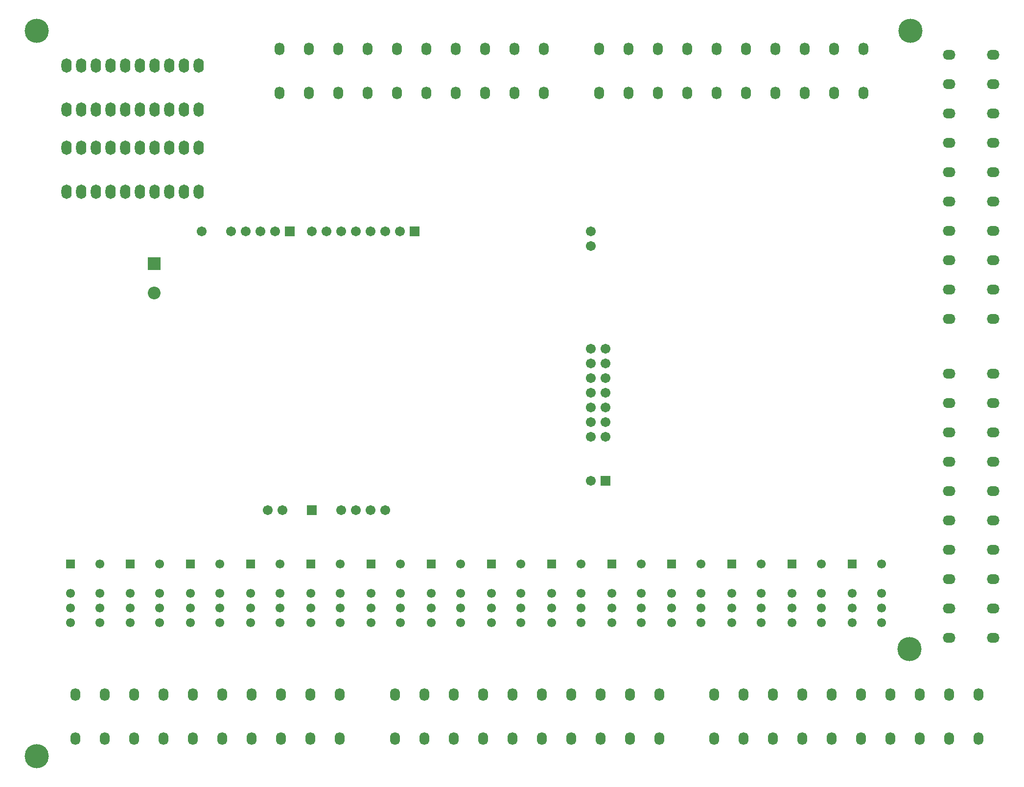
<source format=gbs>
G04*
G04 #@! TF.GenerationSoftware,Altium Limited,Altium Designer,20.2.3 (150)*
G04*
G04 Layer_Color=16711935*
%FSTAX24Y24*%
%MOIN*%
G70*
G04*
G04 #@! TF.SameCoordinates,FD17E350-08D3-4DFF-A4DB-8DFB896FC0A1*
G04*
G04*
G04 #@! TF.FilePolarity,Negative*
G04*
G01*
G75*
%ADD55R,0.0671X0.0671*%
%ADD56C,0.0671*%
%ADD57R,0.0671X0.0671*%
%ADD58C,0.1650*%
%ADD59O,0.0680X0.0867*%
%ADD60O,0.0867X0.0680*%
%ADD61C,0.0867*%
%ADD62R,0.0867X0.0867*%
%ADD63O,0.0700X0.0980*%
%ADD64C,0.0610*%
%ADD65R,0.0610X0.0610*%
D55*
X2327Y12545D02*
D03*
X2397Y14445D02*
D03*
X2312D02*
D03*
D56*
X2307Y12545D02*
D03*
X2297D02*
D03*
X2327Y14445D02*
D03*
X2337D02*
D03*
X2347D02*
D03*
X2357D02*
D03*
X2367D02*
D03*
X2377D02*
D03*
X2387D02*
D03*
X2272D02*
D03*
X2282D02*
D03*
X2292D02*
D03*
X2302D02*
D03*
X2347Y12545D02*
D03*
X2357D02*
D03*
X2367D02*
D03*
X2377D02*
D03*
X2517Y12745D02*
D03*
X2527Y13045D02*
D03*
X2517D02*
D03*
X2527Y13145D02*
D03*
X2517D02*
D03*
X2527Y13245D02*
D03*
X2517D02*
D03*
X2527Y13345D02*
D03*
X2517D02*
D03*
X2527Y13445D02*
D03*
X2517D02*
D03*
X2527Y13545D02*
D03*
X2517D02*
D03*
X2527Y13645D02*
D03*
X2517D02*
D03*
Y14345D02*
D03*
Y14445D02*
D03*
X2252D02*
D03*
D57*
X2527Y12745D02*
D03*
D58*
X21395Y15811D02*
D03*
X27347Y15812D02*
D03*
X21395Y10869D02*
D03*
X2734Y116D02*
D03*
D59*
X2305Y156897D02*
D03*
X2325D02*
D03*
X2345D02*
D03*
X2365D02*
D03*
X2385D02*
D03*
X2405D02*
D03*
X2425D02*
D03*
X2445D02*
D03*
X2305Y153897D02*
D03*
X2325D02*
D03*
X2345D02*
D03*
X2365D02*
D03*
X2385D02*
D03*
X2405D02*
D03*
X2425D02*
D03*
X2465D02*
D03*
Y156897D02*
D03*
X2445Y153897D02*
D03*
X2485D02*
D03*
Y156897D02*
D03*
X25225Y1569D02*
D03*
X25425D02*
D03*
X25625D02*
D03*
X25825D02*
D03*
X26025D02*
D03*
X26225D02*
D03*
X26425D02*
D03*
X26625D02*
D03*
X25225Y1539D02*
D03*
X25425D02*
D03*
X25625D02*
D03*
X25825D02*
D03*
X26025D02*
D03*
X26225D02*
D03*
X26425D02*
D03*
X26825D02*
D03*
Y1569D02*
D03*
X26625Y1539D02*
D03*
X27025D02*
D03*
Y1569D02*
D03*
X25635Y1099D02*
D03*
X25435D02*
D03*
X25235D02*
D03*
X25035D02*
D03*
X24835D02*
D03*
X24635D02*
D03*
X24435D02*
D03*
X24235D02*
D03*
X25635Y1129D02*
D03*
X25435D02*
D03*
X25235D02*
D03*
X25035D02*
D03*
X24835D02*
D03*
X24635D02*
D03*
X24435D02*
D03*
X24035D02*
D03*
Y1099D02*
D03*
X24235Y1129D02*
D03*
X23835D02*
D03*
Y1099D02*
D03*
X2166D02*
D03*
Y1129D02*
D03*
X2206D02*
D03*
X2186Y1099D02*
D03*
Y1129D02*
D03*
X2226D02*
D03*
X2246D02*
D03*
X2266D02*
D03*
X2286D02*
D03*
X2306D02*
D03*
X2326D02*
D03*
X2346D02*
D03*
X2206Y1099D02*
D03*
X2226D02*
D03*
X2246D02*
D03*
X2266D02*
D03*
X2286D02*
D03*
X2306D02*
D03*
X2326D02*
D03*
X2346D02*
D03*
X2781D02*
D03*
X2761D02*
D03*
X2741D02*
D03*
X2721D02*
D03*
X2701D02*
D03*
X2681D02*
D03*
X2661D02*
D03*
X2641D02*
D03*
X2781Y1129D02*
D03*
X2761D02*
D03*
X2741D02*
D03*
X2721D02*
D03*
X2701D02*
D03*
X2681D02*
D03*
X2661D02*
D03*
X2621D02*
D03*
Y1099D02*
D03*
X2641Y1129D02*
D03*
X2601D02*
D03*
Y1099D02*
D03*
D60*
X2791Y1565D02*
D03*
Y1545D02*
D03*
Y1525D02*
D03*
Y1505D02*
D03*
Y1485D02*
D03*
Y1465D02*
D03*
Y1445D02*
D03*
Y1425D02*
D03*
X2761Y1565D02*
D03*
Y1545D02*
D03*
Y1525D02*
D03*
Y1505D02*
D03*
Y1485D02*
D03*
Y1465D02*
D03*
Y1445D02*
D03*
Y1405D02*
D03*
X2791D02*
D03*
X2761Y1425D02*
D03*
Y1385D02*
D03*
X2791D02*
D03*
Y11675D02*
D03*
X2761D02*
D03*
Y12075D02*
D03*
X2791Y11875D02*
D03*
X2761D02*
D03*
Y12275D02*
D03*
Y12475D02*
D03*
Y12675D02*
D03*
Y12875D02*
D03*
Y13075D02*
D03*
Y13275D02*
D03*
Y13475D02*
D03*
X2791Y12075D02*
D03*
Y12275D02*
D03*
Y12475D02*
D03*
Y12675D02*
D03*
Y12875D02*
D03*
Y13075D02*
D03*
Y13275D02*
D03*
Y13475D02*
D03*
D61*
X221949Y14025D02*
D03*
D62*
Y14225D02*
D03*
D63*
X224Y15575D02*
D03*
Y15275D02*
D03*
X22Y15575D02*
D03*
X221D02*
D03*
X222D02*
D03*
X223D02*
D03*
Y15275D02*
D03*
X222D02*
D03*
X221D02*
D03*
X22D02*
D03*
X216Y15575D02*
D03*
X217D02*
D03*
X218D02*
D03*
X219D02*
D03*
Y15275D02*
D03*
X218D02*
D03*
X217D02*
D03*
X216D02*
D03*
X225Y15575D02*
D03*
Y15275D02*
D03*
Y14715D02*
D03*
Y15015D02*
D03*
X216Y14715D02*
D03*
X217D02*
D03*
X218D02*
D03*
X219D02*
D03*
Y15015D02*
D03*
X218D02*
D03*
X217D02*
D03*
X216D02*
D03*
X22Y14715D02*
D03*
X221D02*
D03*
X222D02*
D03*
X223D02*
D03*
Y15015D02*
D03*
X222D02*
D03*
X221D02*
D03*
X22D02*
D03*
X224Y14715D02*
D03*
Y15015D02*
D03*
D64*
X21825Y1218D02*
D03*
Y1198D02*
D03*
Y1188D02*
D03*
Y1178D02*
D03*
X21625Y1198D02*
D03*
Y1188D02*
D03*
Y1178D02*
D03*
X236731D02*
D03*
Y1188D02*
D03*
Y1198D02*
D03*
X238731Y1178D02*
D03*
Y1188D02*
D03*
Y1198D02*
D03*
Y1218D02*
D03*
X259212D02*
D03*
Y1198D02*
D03*
Y1188D02*
D03*
Y1178D02*
D03*
X257212Y1198D02*
D03*
Y1188D02*
D03*
Y1178D02*
D03*
X220346D02*
D03*
Y1188D02*
D03*
Y1198D02*
D03*
X222346Y1178D02*
D03*
Y1188D02*
D03*
Y1198D02*
D03*
Y1218D02*
D03*
X242827D02*
D03*
Y1198D02*
D03*
Y1188D02*
D03*
Y1178D02*
D03*
X240827Y1198D02*
D03*
Y1188D02*
D03*
Y1178D02*
D03*
X261308D02*
D03*
Y1188D02*
D03*
Y1198D02*
D03*
X263308Y1178D02*
D03*
Y1188D02*
D03*
Y1198D02*
D03*
Y1218D02*
D03*
X226442D02*
D03*
Y1198D02*
D03*
Y1188D02*
D03*
Y1178D02*
D03*
X224442Y1198D02*
D03*
Y1188D02*
D03*
Y1178D02*
D03*
X244923D02*
D03*
Y1188D02*
D03*
Y1198D02*
D03*
X246923Y1178D02*
D03*
Y1188D02*
D03*
Y1198D02*
D03*
Y1218D02*
D03*
X267404D02*
D03*
Y1198D02*
D03*
Y1188D02*
D03*
Y1178D02*
D03*
X265404Y1198D02*
D03*
Y1188D02*
D03*
Y1178D02*
D03*
X228538D02*
D03*
Y1188D02*
D03*
Y1198D02*
D03*
X230538Y1178D02*
D03*
Y1188D02*
D03*
Y1198D02*
D03*
Y1218D02*
D03*
X251019D02*
D03*
Y1198D02*
D03*
Y1188D02*
D03*
Y1178D02*
D03*
X249019Y1198D02*
D03*
Y1188D02*
D03*
Y1178D02*
D03*
X2695D02*
D03*
Y1188D02*
D03*
Y1198D02*
D03*
X2715Y1178D02*
D03*
Y1188D02*
D03*
Y1198D02*
D03*
Y1218D02*
D03*
X234635D02*
D03*
Y1198D02*
D03*
Y1188D02*
D03*
Y1178D02*
D03*
X232635Y1198D02*
D03*
Y1188D02*
D03*
Y1178D02*
D03*
X253115D02*
D03*
Y1188D02*
D03*
Y1198D02*
D03*
X255115Y1178D02*
D03*
Y1188D02*
D03*
Y1198D02*
D03*
Y1218D02*
D03*
D65*
X21625D02*
D03*
X236731D02*
D03*
X257212D02*
D03*
X220346D02*
D03*
X240827D02*
D03*
X261308D02*
D03*
X224442D02*
D03*
X244923D02*
D03*
X265404D02*
D03*
X228538D02*
D03*
X249019D02*
D03*
X2695D02*
D03*
X232635D02*
D03*
X253115D02*
D03*
M02*

</source>
